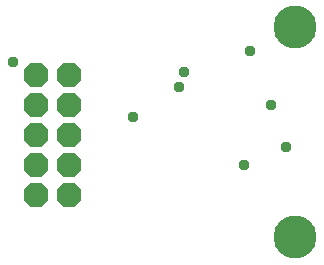
<source format=gbs>
G75*
%MOIN*%
%OFA0B0*%
%FSLAX25Y25*%
%IPPOS*%
%LPD*%
%AMOC8*
5,1,8,0,0,1.08239X$1,22.5*
%
%ADD10OC8,0.08200*%
%ADD11C,0.03700*%
%ADD12C,0.14300*%
D10*
X0104833Y0112901D03*
X0115833Y0112901D03*
X0115833Y0122901D03*
X0104833Y0122901D03*
X0104833Y0132901D03*
X0115833Y0132901D03*
X0115833Y0142901D03*
X0104833Y0142901D03*
X0104833Y0152901D03*
X0115833Y0152901D03*
D11*
X0097203Y0157193D03*
X0152553Y0148901D03*
X0154053Y0154101D03*
X0176183Y0160873D03*
X0183183Y0142873D03*
X0188183Y0128873D03*
X0174183Y0122873D03*
X0137183Y0138873D03*
D12*
X0191183Y0098903D03*
X0191183Y0168903D03*
M02*

</source>
